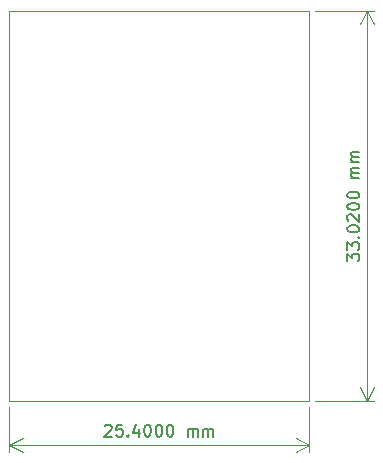
<source format=gbr>
%TF.GenerationSoftware,KiCad,Pcbnew,8.0.1-8.0.1-1~ubuntu22.04.1*%
%TF.CreationDate,2024-04-25T02:14:45+01:00*%
%TF.ProjectId,VQFN_breakout,5651464e-5f62-4726-9561-6b6f75742e6b,rev?*%
%TF.SameCoordinates,Original*%
%TF.FileFunction,Profile,NP*%
%FSLAX46Y46*%
G04 Gerber Fmt 4.6, Leading zero omitted, Abs format (unit mm)*
G04 Created by KiCad (PCBNEW 8.0.1-8.0.1-1~ubuntu22.04.1) date 2024-04-25 02:14:45*
%MOMM*%
%LPD*%
G01*
G04 APERTURE LIST*
%ADD10C,0.150000*%
%TA.AperFunction,Profile*%
%ADD11C,0.050000*%
%TD*%
G04 APERTURE END LIST*
D10*
X153064819Y-122776665D02*
X153064819Y-122157618D01*
X153064819Y-122157618D02*
X153445771Y-122490951D01*
X153445771Y-122490951D02*
X153445771Y-122348094D01*
X153445771Y-122348094D02*
X153493390Y-122252856D01*
X153493390Y-122252856D02*
X153541009Y-122205237D01*
X153541009Y-122205237D02*
X153636247Y-122157618D01*
X153636247Y-122157618D02*
X153874342Y-122157618D01*
X153874342Y-122157618D02*
X153969580Y-122205237D01*
X153969580Y-122205237D02*
X154017200Y-122252856D01*
X154017200Y-122252856D02*
X154064819Y-122348094D01*
X154064819Y-122348094D02*
X154064819Y-122633808D01*
X154064819Y-122633808D02*
X154017200Y-122729046D01*
X154017200Y-122729046D02*
X153969580Y-122776665D01*
X153064819Y-121824284D02*
X153064819Y-121205237D01*
X153064819Y-121205237D02*
X153445771Y-121538570D01*
X153445771Y-121538570D02*
X153445771Y-121395713D01*
X153445771Y-121395713D02*
X153493390Y-121300475D01*
X153493390Y-121300475D02*
X153541009Y-121252856D01*
X153541009Y-121252856D02*
X153636247Y-121205237D01*
X153636247Y-121205237D02*
X153874342Y-121205237D01*
X153874342Y-121205237D02*
X153969580Y-121252856D01*
X153969580Y-121252856D02*
X154017200Y-121300475D01*
X154017200Y-121300475D02*
X154064819Y-121395713D01*
X154064819Y-121395713D02*
X154064819Y-121681427D01*
X154064819Y-121681427D02*
X154017200Y-121776665D01*
X154017200Y-121776665D02*
X153969580Y-121824284D01*
X153969580Y-120776665D02*
X154017200Y-120729046D01*
X154017200Y-120729046D02*
X154064819Y-120776665D01*
X154064819Y-120776665D02*
X154017200Y-120824284D01*
X154017200Y-120824284D02*
X153969580Y-120776665D01*
X153969580Y-120776665D02*
X154064819Y-120776665D01*
X153064819Y-120109999D02*
X153064819Y-120014761D01*
X153064819Y-120014761D02*
X153112438Y-119919523D01*
X153112438Y-119919523D02*
X153160057Y-119871904D01*
X153160057Y-119871904D02*
X153255295Y-119824285D01*
X153255295Y-119824285D02*
X153445771Y-119776666D01*
X153445771Y-119776666D02*
X153683866Y-119776666D01*
X153683866Y-119776666D02*
X153874342Y-119824285D01*
X153874342Y-119824285D02*
X153969580Y-119871904D01*
X153969580Y-119871904D02*
X154017200Y-119919523D01*
X154017200Y-119919523D02*
X154064819Y-120014761D01*
X154064819Y-120014761D02*
X154064819Y-120109999D01*
X154064819Y-120109999D02*
X154017200Y-120205237D01*
X154017200Y-120205237D02*
X153969580Y-120252856D01*
X153969580Y-120252856D02*
X153874342Y-120300475D01*
X153874342Y-120300475D02*
X153683866Y-120348094D01*
X153683866Y-120348094D02*
X153445771Y-120348094D01*
X153445771Y-120348094D02*
X153255295Y-120300475D01*
X153255295Y-120300475D02*
X153160057Y-120252856D01*
X153160057Y-120252856D02*
X153112438Y-120205237D01*
X153112438Y-120205237D02*
X153064819Y-120109999D01*
X153160057Y-119395713D02*
X153112438Y-119348094D01*
X153112438Y-119348094D02*
X153064819Y-119252856D01*
X153064819Y-119252856D02*
X153064819Y-119014761D01*
X153064819Y-119014761D02*
X153112438Y-118919523D01*
X153112438Y-118919523D02*
X153160057Y-118871904D01*
X153160057Y-118871904D02*
X153255295Y-118824285D01*
X153255295Y-118824285D02*
X153350533Y-118824285D01*
X153350533Y-118824285D02*
X153493390Y-118871904D01*
X153493390Y-118871904D02*
X154064819Y-119443332D01*
X154064819Y-119443332D02*
X154064819Y-118824285D01*
X153064819Y-118205237D02*
X153064819Y-118109999D01*
X153064819Y-118109999D02*
X153112438Y-118014761D01*
X153112438Y-118014761D02*
X153160057Y-117967142D01*
X153160057Y-117967142D02*
X153255295Y-117919523D01*
X153255295Y-117919523D02*
X153445771Y-117871904D01*
X153445771Y-117871904D02*
X153683866Y-117871904D01*
X153683866Y-117871904D02*
X153874342Y-117919523D01*
X153874342Y-117919523D02*
X153969580Y-117967142D01*
X153969580Y-117967142D02*
X154017200Y-118014761D01*
X154017200Y-118014761D02*
X154064819Y-118109999D01*
X154064819Y-118109999D02*
X154064819Y-118205237D01*
X154064819Y-118205237D02*
X154017200Y-118300475D01*
X154017200Y-118300475D02*
X153969580Y-118348094D01*
X153969580Y-118348094D02*
X153874342Y-118395713D01*
X153874342Y-118395713D02*
X153683866Y-118443332D01*
X153683866Y-118443332D02*
X153445771Y-118443332D01*
X153445771Y-118443332D02*
X153255295Y-118395713D01*
X153255295Y-118395713D02*
X153160057Y-118348094D01*
X153160057Y-118348094D02*
X153112438Y-118300475D01*
X153112438Y-118300475D02*
X153064819Y-118205237D01*
X153064819Y-117252856D02*
X153064819Y-117157618D01*
X153064819Y-117157618D02*
X153112438Y-117062380D01*
X153112438Y-117062380D02*
X153160057Y-117014761D01*
X153160057Y-117014761D02*
X153255295Y-116967142D01*
X153255295Y-116967142D02*
X153445771Y-116919523D01*
X153445771Y-116919523D02*
X153683866Y-116919523D01*
X153683866Y-116919523D02*
X153874342Y-116967142D01*
X153874342Y-116967142D02*
X153969580Y-117014761D01*
X153969580Y-117014761D02*
X154017200Y-117062380D01*
X154017200Y-117062380D02*
X154064819Y-117157618D01*
X154064819Y-117157618D02*
X154064819Y-117252856D01*
X154064819Y-117252856D02*
X154017200Y-117348094D01*
X154017200Y-117348094D02*
X153969580Y-117395713D01*
X153969580Y-117395713D02*
X153874342Y-117443332D01*
X153874342Y-117443332D02*
X153683866Y-117490951D01*
X153683866Y-117490951D02*
X153445771Y-117490951D01*
X153445771Y-117490951D02*
X153255295Y-117443332D01*
X153255295Y-117443332D02*
X153160057Y-117395713D01*
X153160057Y-117395713D02*
X153112438Y-117348094D01*
X153112438Y-117348094D02*
X153064819Y-117252856D01*
X154064819Y-115729046D02*
X153398152Y-115729046D01*
X153493390Y-115729046D02*
X153445771Y-115681427D01*
X153445771Y-115681427D02*
X153398152Y-115586189D01*
X153398152Y-115586189D02*
X153398152Y-115443332D01*
X153398152Y-115443332D02*
X153445771Y-115348094D01*
X153445771Y-115348094D02*
X153541009Y-115300475D01*
X153541009Y-115300475D02*
X154064819Y-115300475D01*
X153541009Y-115300475D02*
X153445771Y-115252856D01*
X153445771Y-115252856D02*
X153398152Y-115157618D01*
X153398152Y-115157618D02*
X153398152Y-115014761D01*
X153398152Y-115014761D02*
X153445771Y-114919522D01*
X153445771Y-114919522D02*
X153541009Y-114871903D01*
X153541009Y-114871903D02*
X154064819Y-114871903D01*
X154064819Y-114395713D02*
X153398152Y-114395713D01*
X153493390Y-114395713D02*
X153445771Y-114348094D01*
X153445771Y-114348094D02*
X153398152Y-114252856D01*
X153398152Y-114252856D02*
X153398152Y-114109999D01*
X153398152Y-114109999D02*
X153445771Y-114014761D01*
X153445771Y-114014761D02*
X153541009Y-113967142D01*
X153541009Y-113967142D02*
X154064819Y-113967142D01*
X153541009Y-113967142D02*
X153445771Y-113919523D01*
X153445771Y-113919523D02*
X153398152Y-113824285D01*
X153398152Y-113824285D02*
X153398152Y-113681428D01*
X153398152Y-113681428D02*
X153445771Y-113586189D01*
X153445771Y-113586189D02*
X153541009Y-113538570D01*
X153541009Y-113538570D02*
X154064819Y-113538570D01*
D11*
X150360000Y-134620000D02*
X155346420Y-134620000D01*
X150360000Y-101600000D02*
X155346420Y-101600000D01*
X154760000Y-134620000D02*
X154760000Y-101600000D01*
X154760000Y-134620000D02*
X154760000Y-101600000D01*
X154760000Y-134620000D02*
X154173579Y-133493496D01*
X154760000Y-134620000D02*
X155346421Y-133493496D01*
X154760000Y-101600000D02*
X155346421Y-102726504D01*
X154760000Y-101600000D02*
X154173579Y-102726504D01*
D10*
X132540953Y-136740057D02*
X132588572Y-136692438D01*
X132588572Y-136692438D02*
X132683810Y-136644819D01*
X132683810Y-136644819D02*
X132921905Y-136644819D01*
X132921905Y-136644819D02*
X133017143Y-136692438D01*
X133017143Y-136692438D02*
X133064762Y-136740057D01*
X133064762Y-136740057D02*
X133112381Y-136835295D01*
X133112381Y-136835295D02*
X133112381Y-136930533D01*
X133112381Y-136930533D02*
X133064762Y-137073390D01*
X133064762Y-137073390D02*
X132493334Y-137644819D01*
X132493334Y-137644819D02*
X133112381Y-137644819D01*
X134017143Y-136644819D02*
X133540953Y-136644819D01*
X133540953Y-136644819D02*
X133493334Y-137121009D01*
X133493334Y-137121009D02*
X133540953Y-137073390D01*
X133540953Y-137073390D02*
X133636191Y-137025771D01*
X133636191Y-137025771D02*
X133874286Y-137025771D01*
X133874286Y-137025771D02*
X133969524Y-137073390D01*
X133969524Y-137073390D02*
X134017143Y-137121009D01*
X134017143Y-137121009D02*
X134064762Y-137216247D01*
X134064762Y-137216247D02*
X134064762Y-137454342D01*
X134064762Y-137454342D02*
X134017143Y-137549580D01*
X134017143Y-137549580D02*
X133969524Y-137597200D01*
X133969524Y-137597200D02*
X133874286Y-137644819D01*
X133874286Y-137644819D02*
X133636191Y-137644819D01*
X133636191Y-137644819D02*
X133540953Y-137597200D01*
X133540953Y-137597200D02*
X133493334Y-137549580D01*
X134493334Y-137549580D02*
X134540953Y-137597200D01*
X134540953Y-137597200D02*
X134493334Y-137644819D01*
X134493334Y-137644819D02*
X134445715Y-137597200D01*
X134445715Y-137597200D02*
X134493334Y-137549580D01*
X134493334Y-137549580D02*
X134493334Y-137644819D01*
X135398095Y-136978152D02*
X135398095Y-137644819D01*
X135160000Y-136597200D02*
X134921905Y-137311485D01*
X134921905Y-137311485D02*
X135540952Y-137311485D01*
X136112381Y-136644819D02*
X136207619Y-136644819D01*
X136207619Y-136644819D02*
X136302857Y-136692438D01*
X136302857Y-136692438D02*
X136350476Y-136740057D01*
X136350476Y-136740057D02*
X136398095Y-136835295D01*
X136398095Y-136835295D02*
X136445714Y-137025771D01*
X136445714Y-137025771D02*
X136445714Y-137263866D01*
X136445714Y-137263866D02*
X136398095Y-137454342D01*
X136398095Y-137454342D02*
X136350476Y-137549580D01*
X136350476Y-137549580D02*
X136302857Y-137597200D01*
X136302857Y-137597200D02*
X136207619Y-137644819D01*
X136207619Y-137644819D02*
X136112381Y-137644819D01*
X136112381Y-137644819D02*
X136017143Y-137597200D01*
X136017143Y-137597200D02*
X135969524Y-137549580D01*
X135969524Y-137549580D02*
X135921905Y-137454342D01*
X135921905Y-137454342D02*
X135874286Y-137263866D01*
X135874286Y-137263866D02*
X135874286Y-137025771D01*
X135874286Y-137025771D02*
X135921905Y-136835295D01*
X135921905Y-136835295D02*
X135969524Y-136740057D01*
X135969524Y-136740057D02*
X136017143Y-136692438D01*
X136017143Y-136692438D02*
X136112381Y-136644819D01*
X137064762Y-136644819D02*
X137160000Y-136644819D01*
X137160000Y-136644819D02*
X137255238Y-136692438D01*
X137255238Y-136692438D02*
X137302857Y-136740057D01*
X137302857Y-136740057D02*
X137350476Y-136835295D01*
X137350476Y-136835295D02*
X137398095Y-137025771D01*
X137398095Y-137025771D02*
X137398095Y-137263866D01*
X137398095Y-137263866D02*
X137350476Y-137454342D01*
X137350476Y-137454342D02*
X137302857Y-137549580D01*
X137302857Y-137549580D02*
X137255238Y-137597200D01*
X137255238Y-137597200D02*
X137160000Y-137644819D01*
X137160000Y-137644819D02*
X137064762Y-137644819D01*
X137064762Y-137644819D02*
X136969524Y-137597200D01*
X136969524Y-137597200D02*
X136921905Y-137549580D01*
X136921905Y-137549580D02*
X136874286Y-137454342D01*
X136874286Y-137454342D02*
X136826667Y-137263866D01*
X136826667Y-137263866D02*
X136826667Y-137025771D01*
X136826667Y-137025771D02*
X136874286Y-136835295D01*
X136874286Y-136835295D02*
X136921905Y-136740057D01*
X136921905Y-136740057D02*
X136969524Y-136692438D01*
X136969524Y-136692438D02*
X137064762Y-136644819D01*
X138017143Y-136644819D02*
X138112381Y-136644819D01*
X138112381Y-136644819D02*
X138207619Y-136692438D01*
X138207619Y-136692438D02*
X138255238Y-136740057D01*
X138255238Y-136740057D02*
X138302857Y-136835295D01*
X138302857Y-136835295D02*
X138350476Y-137025771D01*
X138350476Y-137025771D02*
X138350476Y-137263866D01*
X138350476Y-137263866D02*
X138302857Y-137454342D01*
X138302857Y-137454342D02*
X138255238Y-137549580D01*
X138255238Y-137549580D02*
X138207619Y-137597200D01*
X138207619Y-137597200D02*
X138112381Y-137644819D01*
X138112381Y-137644819D02*
X138017143Y-137644819D01*
X138017143Y-137644819D02*
X137921905Y-137597200D01*
X137921905Y-137597200D02*
X137874286Y-137549580D01*
X137874286Y-137549580D02*
X137826667Y-137454342D01*
X137826667Y-137454342D02*
X137779048Y-137263866D01*
X137779048Y-137263866D02*
X137779048Y-137025771D01*
X137779048Y-137025771D02*
X137826667Y-136835295D01*
X137826667Y-136835295D02*
X137874286Y-136740057D01*
X137874286Y-136740057D02*
X137921905Y-136692438D01*
X137921905Y-136692438D02*
X138017143Y-136644819D01*
X139540953Y-137644819D02*
X139540953Y-136978152D01*
X139540953Y-137073390D02*
X139588572Y-137025771D01*
X139588572Y-137025771D02*
X139683810Y-136978152D01*
X139683810Y-136978152D02*
X139826667Y-136978152D01*
X139826667Y-136978152D02*
X139921905Y-137025771D01*
X139921905Y-137025771D02*
X139969524Y-137121009D01*
X139969524Y-137121009D02*
X139969524Y-137644819D01*
X139969524Y-137121009D02*
X140017143Y-137025771D01*
X140017143Y-137025771D02*
X140112381Y-136978152D01*
X140112381Y-136978152D02*
X140255238Y-136978152D01*
X140255238Y-136978152D02*
X140350477Y-137025771D01*
X140350477Y-137025771D02*
X140398096Y-137121009D01*
X140398096Y-137121009D02*
X140398096Y-137644819D01*
X140874286Y-137644819D02*
X140874286Y-136978152D01*
X140874286Y-137073390D02*
X140921905Y-137025771D01*
X140921905Y-137025771D02*
X141017143Y-136978152D01*
X141017143Y-136978152D02*
X141160000Y-136978152D01*
X141160000Y-136978152D02*
X141255238Y-137025771D01*
X141255238Y-137025771D02*
X141302857Y-137121009D01*
X141302857Y-137121009D02*
X141302857Y-137644819D01*
X141302857Y-137121009D02*
X141350476Y-137025771D01*
X141350476Y-137025771D02*
X141445714Y-136978152D01*
X141445714Y-136978152D02*
X141588571Y-136978152D01*
X141588571Y-136978152D02*
X141683810Y-137025771D01*
X141683810Y-137025771D02*
X141731429Y-137121009D01*
X141731429Y-137121009D02*
X141731429Y-137644819D01*
D11*
X124460000Y-135120000D02*
X124460000Y-138926420D01*
X149860000Y-135120000D02*
X149860000Y-138926420D01*
X124460000Y-138340000D02*
X149860000Y-138340000D01*
X124460000Y-138340000D02*
X149860000Y-138340000D01*
X124460000Y-138340000D02*
X125586504Y-137753579D01*
X124460000Y-138340000D02*
X125586504Y-138926421D01*
X149860000Y-138340000D02*
X148733496Y-138926421D01*
X149860000Y-138340000D02*
X148733496Y-137753579D01*
X124460000Y-101600000D02*
X149860000Y-101600000D01*
X149860000Y-134620000D01*
X124460000Y-134620000D01*
X124460000Y-101600000D01*
M02*

</source>
